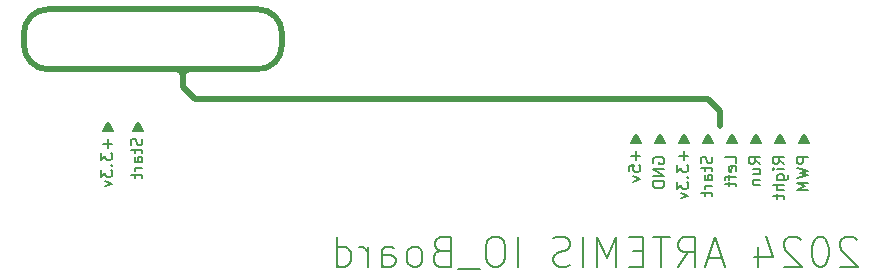
<source format=gbr>
%TF.GenerationSoftware,KiCad,Pcbnew,7.0.9*%
%TF.CreationDate,2024-01-11T16:53:53+09:00*%
%TF.ProjectId,IO_Board,494f5f42-6f61-4726-942e-6b696361645f,rev?*%
%TF.SameCoordinates,Original*%
%TF.FileFunction,Legend,Bot*%
%TF.FilePolarity,Positive*%
%FSLAX46Y46*%
G04 Gerber Fmt 4.6, Leading zero omitted, Abs format (unit mm)*
G04 Created by KiCad (PCBNEW 7.0.9) date 2024-01-11 16:53:53*
%MOMM*%
%LPD*%
G01*
G04 APERTURE LIST*
%ADD10C,0.500000*%
%ADD11C,0.290000*%
%ADD12C,0.150000*%
%ADD13C,0.180000*%
G04 APERTURE END LIST*
D10*
X140970000Y-82804000D02*
X141986000Y-83820000D01*
X149352000Y-78232000D02*
X149352000Y-79248000D01*
X127508000Y-79248000D02*
G75*
G03*
X129540000Y-81280000I2032000J0D01*
G01*
X172974000Y-83820000D02*
X185420000Y-83820000D01*
X186436000Y-84836000D02*
X186436000Y-86106000D01*
X127508000Y-79248000D02*
X127508000Y-78232000D01*
X147320000Y-81280000D02*
G75*
G03*
X149352000Y-79248000I0J2032000D01*
G01*
X140970000Y-81280000D02*
X140970000Y-82296000D01*
X140970000Y-82296000D02*
X140970000Y-82804000D01*
D11*
X141583210Y-81385210D02*
G75*
G03*
X141075210Y-81893210I-10J-507990D01*
G01*
D10*
X129540000Y-76200000D02*
G75*
G03*
X127508000Y-78232000I0J-2032000D01*
G01*
X149352000Y-78232000D02*
G75*
G03*
X147320000Y-76200000I-2032000J0D01*
G01*
X141986000Y-83820000D02*
X172974000Y-83820000D01*
X147320000Y-81280000D02*
X129540000Y-81280000D01*
D11*
X140864790Y-81893210D02*
G75*
G03*
X140356790Y-81385210I-507990J10D01*
G01*
D10*
X129540000Y-76200000D02*
X147320000Y-76200000D01*
X185420000Y-83820000D02*
X186436000Y-84836000D01*
D12*
X191900085Y-87499601D02*
X191138180Y-87499601D01*
X191852466Y-87451982D02*
X191185800Y-87451982D01*
X191852466Y-87404363D02*
X191185800Y-87404363D01*
X191804847Y-87356744D02*
X191233419Y-87356744D01*
X191804847Y-87309125D02*
X191233419Y-87309125D01*
X191757228Y-87261506D02*
X191281038Y-87261506D01*
X191757228Y-87213887D02*
X191281038Y-87213887D01*
X191709609Y-87166268D02*
X191328657Y-87166268D01*
X191661990Y-87118649D02*
X191376276Y-87118649D01*
X191661990Y-87071030D02*
X191376276Y-87071030D01*
X191614371Y-87023411D02*
X191423895Y-87023411D01*
X191614371Y-86975792D02*
X191423895Y-86975792D01*
X191519133Y-86928173D02*
X191519133Y-86880554D01*
X191566752Y-86928173D02*
X191471514Y-86928173D01*
X191900085Y-87547220D02*
X191519133Y-86832935D01*
X191519133Y-86832935D02*
X191138180Y-87547220D01*
X191519133Y-86785316D02*
X191090561Y-87547220D01*
X191090561Y-87547220D02*
X191947704Y-87547220D01*
X191947704Y-87547220D02*
X191519133Y-86785316D01*
X179708085Y-87499601D02*
X178946180Y-87499601D01*
X179660466Y-87451982D02*
X178993800Y-87451982D01*
X179660466Y-87404363D02*
X178993800Y-87404363D01*
X179612847Y-87356744D02*
X179041419Y-87356744D01*
X179612847Y-87309125D02*
X179041419Y-87309125D01*
X179565228Y-87261506D02*
X179089038Y-87261506D01*
X179565228Y-87213887D02*
X179089038Y-87213887D01*
X179517609Y-87166268D02*
X179136657Y-87166268D01*
X179469990Y-87118649D02*
X179184276Y-87118649D01*
X179469990Y-87071030D02*
X179184276Y-87071030D01*
X179422371Y-87023411D02*
X179231895Y-87023411D01*
X179422371Y-86975792D02*
X179231895Y-86975792D01*
X179327133Y-86928173D02*
X179327133Y-86880554D01*
X179374752Y-86928173D02*
X179279514Y-86928173D01*
X179708085Y-87547220D02*
X179327133Y-86832935D01*
X179327133Y-86832935D02*
X178946180Y-87547220D01*
X179327133Y-86785316D02*
X178898561Y-87547220D01*
X178898561Y-87547220D02*
X179755704Y-87547220D01*
X179755704Y-87547220D02*
X179327133Y-86785316D01*
D13*
X198033388Y-95720782D02*
X197914340Y-95601735D01*
X197914340Y-95601735D02*
X197676245Y-95482687D01*
X197676245Y-95482687D02*
X197081007Y-95482687D01*
X197081007Y-95482687D02*
X196842912Y-95601735D01*
X196842912Y-95601735D02*
X196723864Y-95720782D01*
X196723864Y-95720782D02*
X196604817Y-95958878D01*
X196604817Y-95958878D02*
X196604817Y-96196973D01*
X196604817Y-96196973D02*
X196723864Y-96554116D01*
X196723864Y-96554116D02*
X198152436Y-97982687D01*
X198152436Y-97982687D02*
X196604817Y-97982687D01*
X195057198Y-95482687D02*
X194819103Y-95482687D01*
X194819103Y-95482687D02*
X194581007Y-95601735D01*
X194581007Y-95601735D02*
X194461960Y-95720782D01*
X194461960Y-95720782D02*
X194342912Y-95958878D01*
X194342912Y-95958878D02*
X194223865Y-96435068D01*
X194223865Y-96435068D02*
X194223865Y-97030306D01*
X194223865Y-97030306D02*
X194342912Y-97506497D01*
X194342912Y-97506497D02*
X194461960Y-97744592D01*
X194461960Y-97744592D02*
X194581007Y-97863640D01*
X194581007Y-97863640D02*
X194819103Y-97982687D01*
X194819103Y-97982687D02*
X195057198Y-97982687D01*
X195057198Y-97982687D02*
X195295293Y-97863640D01*
X195295293Y-97863640D02*
X195414341Y-97744592D01*
X195414341Y-97744592D02*
X195533388Y-97506497D01*
X195533388Y-97506497D02*
X195652436Y-97030306D01*
X195652436Y-97030306D02*
X195652436Y-96435068D01*
X195652436Y-96435068D02*
X195533388Y-95958878D01*
X195533388Y-95958878D02*
X195414341Y-95720782D01*
X195414341Y-95720782D02*
X195295293Y-95601735D01*
X195295293Y-95601735D02*
X195057198Y-95482687D01*
X193271484Y-95720782D02*
X193152436Y-95601735D01*
X193152436Y-95601735D02*
X192914341Y-95482687D01*
X192914341Y-95482687D02*
X192319103Y-95482687D01*
X192319103Y-95482687D02*
X192081008Y-95601735D01*
X192081008Y-95601735D02*
X191961960Y-95720782D01*
X191961960Y-95720782D02*
X191842913Y-95958878D01*
X191842913Y-95958878D02*
X191842913Y-96196973D01*
X191842913Y-96196973D02*
X191961960Y-96554116D01*
X191961960Y-96554116D02*
X193390532Y-97982687D01*
X193390532Y-97982687D02*
X191842913Y-97982687D01*
X189700056Y-96316020D02*
X189700056Y-97982687D01*
X190295294Y-95363640D02*
X190890532Y-97149354D01*
X190890532Y-97149354D02*
X189342913Y-97149354D01*
X186604818Y-97268401D02*
X185414342Y-97268401D01*
X186842913Y-97982687D02*
X186009580Y-95482687D01*
X186009580Y-95482687D02*
X185176247Y-97982687D01*
X182914342Y-97982687D02*
X183747675Y-96792211D01*
X184342913Y-97982687D02*
X184342913Y-95482687D01*
X184342913Y-95482687D02*
X183390532Y-95482687D01*
X183390532Y-95482687D02*
X183152437Y-95601735D01*
X183152437Y-95601735D02*
X183033390Y-95720782D01*
X183033390Y-95720782D02*
X182914342Y-95958878D01*
X182914342Y-95958878D02*
X182914342Y-96316020D01*
X182914342Y-96316020D02*
X183033390Y-96554116D01*
X183033390Y-96554116D02*
X183152437Y-96673163D01*
X183152437Y-96673163D02*
X183390532Y-96792211D01*
X183390532Y-96792211D02*
X184342913Y-96792211D01*
X182200056Y-95482687D02*
X180771485Y-95482687D01*
X181485771Y-97982687D02*
X181485771Y-95482687D01*
X179938151Y-96673163D02*
X179104818Y-96673163D01*
X178747675Y-97982687D02*
X179938151Y-97982687D01*
X179938151Y-97982687D02*
X179938151Y-95482687D01*
X179938151Y-95482687D02*
X178747675Y-95482687D01*
X177676246Y-97982687D02*
X177676246Y-95482687D01*
X177676246Y-95482687D02*
X176842913Y-97268401D01*
X176842913Y-97268401D02*
X176009580Y-95482687D01*
X176009580Y-95482687D02*
X176009580Y-97982687D01*
X174819103Y-97982687D02*
X174819103Y-95482687D01*
X173747675Y-97863640D02*
X173390532Y-97982687D01*
X173390532Y-97982687D02*
X172795294Y-97982687D01*
X172795294Y-97982687D02*
X172557199Y-97863640D01*
X172557199Y-97863640D02*
X172438151Y-97744592D01*
X172438151Y-97744592D02*
X172319104Y-97506497D01*
X172319104Y-97506497D02*
X172319104Y-97268401D01*
X172319104Y-97268401D02*
X172438151Y-97030306D01*
X172438151Y-97030306D02*
X172557199Y-96911259D01*
X172557199Y-96911259D02*
X172795294Y-96792211D01*
X172795294Y-96792211D02*
X173271485Y-96673163D01*
X173271485Y-96673163D02*
X173509580Y-96554116D01*
X173509580Y-96554116D02*
X173628627Y-96435068D01*
X173628627Y-96435068D02*
X173747675Y-96196973D01*
X173747675Y-96196973D02*
X173747675Y-95958878D01*
X173747675Y-95958878D02*
X173628627Y-95720782D01*
X173628627Y-95720782D02*
X173509580Y-95601735D01*
X173509580Y-95601735D02*
X173271485Y-95482687D01*
X173271485Y-95482687D02*
X172676246Y-95482687D01*
X172676246Y-95482687D02*
X172319104Y-95601735D01*
X169342913Y-97982687D02*
X169342913Y-95482687D01*
X167676247Y-95482687D02*
X167200056Y-95482687D01*
X167200056Y-95482687D02*
X166961961Y-95601735D01*
X166961961Y-95601735D02*
X166723866Y-95839830D01*
X166723866Y-95839830D02*
X166604818Y-96316020D01*
X166604818Y-96316020D02*
X166604818Y-97149354D01*
X166604818Y-97149354D02*
X166723866Y-97625544D01*
X166723866Y-97625544D02*
X166961961Y-97863640D01*
X166961961Y-97863640D02*
X167200056Y-97982687D01*
X167200056Y-97982687D02*
X167676247Y-97982687D01*
X167676247Y-97982687D02*
X167914342Y-97863640D01*
X167914342Y-97863640D02*
X168152437Y-97625544D01*
X168152437Y-97625544D02*
X168271485Y-97149354D01*
X168271485Y-97149354D02*
X168271485Y-96316020D01*
X168271485Y-96316020D02*
X168152437Y-95839830D01*
X168152437Y-95839830D02*
X167914342Y-95601735D01*
X167914342Y-95601735D02*
X167676247Y-95482687D01*
X166128628Y-98220782D02*
X164223866Y-98220782D01*
X162795294Y-96673163D02*
X162438151Y-96792211D01*
X162438151Y-96792211D02*
X162319104Y-96911259D01*
X162319104Y-96911259D02*
X162200056Y-97149354D01*
X162200056Y-97149354D02*
X162200056Y-97506497D01*
X162200056Y-97506497D02*
X162319104Y-97744592D01*
X162319104Y-97744592D02*
X162438151Y-97863640D01*
X162438151Y-97863640D02*
X162676246Y-97982687D01*
X162676246Y-97982687D02*
X163628627Y-97982687D01*
X163628627Y-97982687D02*
X163628627Y-95482687D01*
X163628627Y-95482687D02*
X162795294Y-95482687D01*
X162795294Y-95482687D02*
X162557199Y-95601735D01*
X162557199Y-95601735D02*
X162438151Y-95720782D01*
X162438151Y-95720782D02*
X162319104Y-95958878D01*
X162319104Y-95958878D02*
X162319104Y-96196973D01*
X162319104Y-96196973D02*
X162438151Y-96435068D01*
X162438151Y-96435068D02*
X162557199Y-96554116D01*
X162557199Y-96554116D02*
X162795294Y-96673163D01*
X162795294Y-96673163D02*
X163628627Y-96673163D01*
X160771485Y-97982687D02*
X161009580Y-97863640D01*
X161009580Y-97863640D02*
X161128627Y-97744592D01*
X161128627Y-97744592D02*
X161247675Y-97506497D01*
X161247675Y-97506497D02*
X161247675Y-96792211D01*
X161247675Y-96792211D02*
X161128627Y-96554116D01*
X161128627Y-96554116D02*
X161009580Y-96435068D01*
X161009580Y-96435068D02*
X160771485Y-96316020D01*
X160771485Y-96316020D02*
X160414342Y-96316020D01*
X160414342Y-96316020D02*
X160176246Y-96435068D01*
X160176246Y-96435068D02*
X160057199Y-96554116D01*
X160057199Y-96554116D02*
X159938151Y-96792211D01*
X159938151Y-96792211D02*
X159938151Y-97506497D01*
X159938151Y-97506497D02*
X160057199Y-97744592D01*
X160057199Y-97744592D02*
X160176246Y-97863640D01*
X160176246Y-97863640D02*
X160414342Y-97982687D01*
X160414342Y-97982687D02*
X160771485Y-97982687D01*
X157795294Y-97982687D02*
X157795294Y-96673163D01*
X157795294Y-96673163D02*
X157914341Y-96435068D01*
X157914341Y-96435068D02*
X158152437Y-96316020D01*
X158152437Y-96316020D02*
X158628627Y-96316020D01*
X158628627Y-96316020D02*
X158866722Y-96435068D01*
X157795294Y-97863640D02*
X158033389Y-97982687D01*
X158033389Y-97982687D02*
X158628627Y-97982687D01*
X158628627Y-97982687D02*
X158866722Y-97863640D01*
X158866722Y-97863640D02*
X158985770Y-97625544D01*
X158985770Y-97625544D02*
X158985770Y-97387449D01*
X158985770Y-97387449D02*
X158866722Y-97149354D01*
X158866722Y-97149354D02*
X158628627Y-97030306D01*
X158628627Y-97030306D02*
X158033389Y-97030306D01*
X158033389Y-97030306D02*
X157795294Y-96911259D01*
X156604817Y-97982687D02*
X156604817Y-96316020D01*
X156604817Y-96792211D02*
X156485770Y-96554116D01*
X156485770Y-96554116D02*
X156366722Y-96435068D01*
X156366722Y-96435068D02*
X156128627Y-96316020D01*
X156128627Y-96316020D02*
X155890532Y-96316020D01*
X153985770Y-97982687D02*
X153985770Y-95482687D01*
X153985770Y-97863640D02*
X154223865Y-97982687D01*
X154223865Y-97982687D02*
X154700056Y-97982687D01*
X154700056Y-97982687D02*
X154938151Y-97863640D01*
X154938151Y-97863640D02*
X155057198Y-97744592D01*
X155057198Y-97744592D02*
X155176246Y-97506497D01*
X155176246Y-97506497D02*
X155176246Y-96792211D01*
X155176246Y-96792211D02*
X155057198Y-96554116D01*
X155057198Y-96554116D02*
X154938151Y-96435068D01*
X154938151Y-96435068D02*
X154700056Y-96316020D01*
X154700056Y-96316020D02*
X154223865Y-96316020D01*
X154223865Y-96316020D02*
X153985770Y-96435068D01*
D12*
X193932085Y-87499601D02*
X193170180Y-87499601D01*
X193884466Y-87451982D02*
X193217800Y-87451982D01*
X193884466Y-87404363D02*
X193217800Y-87404363D01*
X193836847Y-87356744D02*
X193265419Y-87356744D01*
X193836847Y-87309125D02*
X193265419Y-87309125D01*
X193789228Y-87261506D02*
X193313038Y-87261506D01*
X193789228Y-87213887D02*
X193313038Y-87213887D01*
X193741609Y-87166268D02*
X193360657Y-87166268D01*
X193693990Y-87118649D02*
X193408276Y-87118649D01*
X193693990Y-87071030D02*
X193408276Y-87071030D01*
X193646371Y-87023411D02*
X193455895Y-87023411D01*
X193646371Y-86975792D02*
X193455895Y-86975792D01*
X193551133Y-86928173D02*
X193551133Y-86880554D01*
X193598752Y-86928173D02*
X193503514Y-86928173D01*
X193932085Y-87547220D02*
X193551133Y-86832935D01*
X193551133Y-86832935D02*
X193170180Y-87547220D01*
X193551133Y-86785316D02*
X193122561Y-87547220D01*
X193122561Y-87547220D02*
X193979704Y-87547220D01*
X193979704Y-87547220D02*
X193551133Y-86785316D01*
X135004085Y-86483601D02*
X134242180Y-86483601D01*
X134956466Y-86435982D02*
X134289800Y-86435982D01*
X134956466Y-86388363D02*
X134289800Y-86388363D01*
X134908847Y-86340744D02*
X134337419Y-86340744D01*
X134908847Y-86293125D02*
X134337419Y-86293125D01*
X134861228Y-86245506D02*
X134385038Y-86245506D01*
X134861228Y-86197887D02*
X134385038Y-86197887D01*
X134813609Y-86150268D02*
X134432657Y-86150268D01*
X134765990Y-86102649D02*
X134480276Y-86102649D01*
X134765990Y-86055030D02*
X134480276Y-86055030D01*
X134718371Y-86007411D02*
X134527895Y-86007411D01*
X134718371Y-85959792D02*
X134527895Y-85959792D01*
X134623133Y-85912173D02*
X134623133Y-85864554D01*
X134670752Y-85912173D02*
X134575514Y-85912173D01*
X135004085Y-86531220D02*
X134623133Y-85816935D01*
X134623133Y-85816935D02*
X134242180Y-86531220D01*
X134623133Y-85769316D02*
X134194561Y-86531220D01*
X134194561Y-86531220D02*
X135051704Y-86531220D01*
X135051704Y-86531220D02*
X134623133Y-85769316D01*
X183384866Y-88220779D02*
X183384866Y-88982684D01*
X183765819Y-88601731D02*
X183003914Y-88601731D01*
X182765819Y-89363636D02*
X182765819Y-89982683D01*
X182765819Y-89982683D02*
X183146771Y-89649350D01*
X183146771Y-89649350D02*
X183146771Y-89792207D01*
X183146771Y-89792207D02*
X183194390Y-89887445D01*
X183194390Y-89887445D02*
X183242009Y-89935064D01*
X183242009Y-89935064D02*
X183337247Y-89982683D01*
X183337247Y-89982683D02*
X183575342Y-89982683D01*
X183575342Y-89982683D02*
X183670580Y-89935064D01*
X183670580Y-89935064D02*
X183718200Y-89887445D01*
X183718200Y-89887445D02*
X183765819Y-89792207D01*
X183765819Y-89792207D02*
X183765819Y-89506493D01*
X183765819Y-89506493D02*
X183718200Y-89411255D01*
X183718200Y-89411255D02*
X183670580Y-89363636D01*
X183670580Y-90411255D02*
X183718200Y-90458874D01*
X183718200Y-90458874D02*
X183765819Y-90411255D01*
X183765819Y-90411255D02*
X183718200Y-90363636D01*
X183718200Y-90363636D02*
X183670580Y-90411255D01*
X183670580Y-90411255D02*
X183765819Y-90411255D01*
X182765819Y-90792207D02*
X182765819Y-91411254D01*
X182765819Y-91411254D02*
X183146771Y-91077921D01*
X183146771Y-91077921D02*
X183146771Y-91220778D01*
X183146771Y-91220778D02*
X183194390Y-91316016D01*
X183194390Y-91316016D02*
X183242009Y-91363635D01*
X183242009Y-91363635D02*
X183337247Y-91411254D01*
X183337247Y-91411254D02*
X183575342Y-91411254D01*
X183575342Y-91411254D02*
X183670580Y-91363635D01*
X183670580Y-91363635D02*
X183718200Y-91316016D01*
X183718200Y-91316016D02*
X183765819Y-91220778D01*
X183765819Y-91220778D02*
X183765819Y-90935064D01*
X183765819Y-90935064D02*
X183718200Y-90839826D01*
X183718200Y-90839826D02*
X183670580Y-90792207D01*
X183099152Y-91744588D02*
X183765819Y-91982683D01*
X183765819Y-91982683D02*
X183099152Y-92220778D01*
X189868085Y-87499601D02*
X189106180Y-87499601D01*
X189820466Y-87451982D02*
X189153800Y-87451982D01*
X189820466Y-87404363D02*
X189153800Y-87404363D01*
X189772847Y-87356744D02*
X189201419Y-87356744D01*
X189772847Y-87309125D02*
X189201419Y-87309125D01*
X189725228Y-87261506D02*
X189249038Y-87261506D01*
X189725228Y-87213887D02*
X189249038Y-87213887D01*
X189677609Y-87166268D02*
X189296657Y-87166268D01*
X189629990Y-87118649D02*
X189344276Y-87118649D01*
X189629990Y-87071030D02*
X189344276Y-87071030D01*
X189582371Y-87023411D02*
X189391895Y-87023411D01*
X189582371Y-86975792D02*
X189391895Y-86975792D01*
X189487133Y-86928173D02*
X189487133Y-86880554D01*
X189534752Y-86928173D02*
X189439514Y-86928173D01*
X189868085Y-87547220D02*
X189487133Y-86832935D01*
X189487133Y-86832935D02*
X189106180Y-87547220D01*
X189487133Y-86785316D02*
X189058561Y-87547220D01*
X189058561Y-87547220D02*
X189915704Y-87547220D01*
X189915704Y-87547220D02*
X189487133Y-86785316D01*
X187836085Y-87499601D02*
X187074180Y-87499601D01*
X187788466Y-87451982D02*
X187121800Y-87451982D01*
X187788466Y-87404363D02*
X187121800Y-87404363D01*
X187740847Y-87356744D02*
X187169419Y-87356744D01*
X187740847Y-87309125D02*
X187169419Y-87309125D01*
X187693228Y-87261506D02*
X187217038Y-87261506D01*
X187693228Y-87213887D02*
X187217038Y-87213887D01*
X187645609Y-87166268D02*
X187264657Y-87166268D01*
X187597990Y-87118649D02*
X187312276Y-87118649D01*
X187597990Y-87071030D02*
X187312276Y-87071030D01*
X187550371Y-87023411D02*
X187359895Y-87023411D01*
X187550371Y-86975792D02*
X187359895Y-86975792D01*
X187455133Y-86928173D02*
X187455133Y-86880554D01*
X187502752Y-86928173D02*
X187407514Y-86928173D01*
X187836085Y-87547220D02*
X187455133Y-86832935D01*
X187455133Y-86832935D02*
X187074180Y-87547220D01*
X187455133Y-86785316D02*
X187026561Y-87547220D01*
X187026561Y-87547220D02*
X187883704Y-87547220D01*
X187883704Y-87547220D02*
X187455133Y-86785316D01*
X187829819Y-89204969D02*
X187829819Y-88728779D01*
X187829819Y-88728779D02*
X186829819Y-88728779D01*
X187782200Y-89919255D02*
X187829819Y-89824017D01*
X187829819Y-89824017D02*
X187829819Y-89633541D01*
X187829819Y-89633541D02*
X187782200Y-89538303D01*
X187782200Y-89538303D02*
X187686961Y-89490684D01*
X187686961Y-89490684D02*
X187306009Y-89490684D01*
X187306009Y-89490684D02*
X187210771Y-89538303D01*
X187210771Y-89538303D02*
X187163152Y-89633541D01*
X187163152Y-89633541D02*
X187163152Y-89824017D01*
X187163152Y-89824017D02*
X187210771Y-89919255D01*
X187210771Y-89919255D02*
X187306009Y-89966874D01*
X187306009Y-89966874D02*
X187401247Y-89966874D01*
X187401247Y-89966874D02*
X187496485Y-89490684D01*
X187163152Y-90252589D02*
X187163152Y-90633541D01*
X187829819Y-90395446D02*
X186972676Y-90395446D01*
X186972676Y-90395446D02*
X186877438Y-90443065D01*
X186877438Y-90443065D02*
X186829819Y-90538303D01*
X186829819Y-90538303D02*
X186829819Y-90633541D01*
X187163152Y-90824018D02*
X187163152Y-91204970D01*
X186829819Y-90966875D02*
X187686961Y-90966875D01*
X187686961Y-90966875D02*
X187782200Y-91014494D01*
X187782200Y-91014494D02*
X187829819Y-91109732D01*
X187829819Y-91109732D02*
X187829819Y-91204970D01*
X185804085Y-87499601D02*
X185042180Y-87499601D01*
X185756466Y-87451982D02*
X185089800Y-87451982D01*
X185756466Y-87404363D02*
X185089800Y-87404363D01*
X185708847Y-87356744D02*
X185137419Y-87356744D01*
X185708847Y-87309125D02*
X185137419Y-87309125D01*
X185661228Y-87261506D02*
X185185038Y-87261506D01*
X185661228Y-87213887D02*
X185185038Y-87213887D01*
X185613609Y-87166268D02*
X185232657Y-87166268D01*
X185565990Y-87118649D02*
X185280276Y-87118649D01*
X185565990Y-87071030D02*
X185280276Y-87071030D01*
X185518371Y-87023411D02*
X185327895Y-87023411D01*
X185518371Y-86975792D02*
X185327895Y-86975792D01*
X185423133Y-86928173D02*
X185423133Y-86880554D01*
X185470752Y-86928173D02*
X185375514Y-86928173D01*
X185804085Y-87547220D02*
X185423133Y-86832935D01*
X185423133Y-86832935D02*
X185042180Y-87547220D01*
X185423133Y-86785316D02*
X184994561Y-87547220D01*
X184994561Y-87547220D02*
X185851704Y-87547220D01*
X185851704Y-87547220D02*
X185423133Y-86785316D01*
X181740085Y-87499601D02*
X180978180Y-87499601D01*
X181692466Y-87451982D02*
X181025800Y-87451982D01*
X181692466Y-87404363D02*
X181025800Y-87404363D01*
X181644847Y-87356744D02*
X181073419Y-87356744D01*
X181644847Y-87309125D02*
X181073419Y-87309125D01*
X181597228Y-87261506D02*
X181121038Y-87261506D01*
X181597228Y-87213887D02*
X181121038Y-87213887D01*
X181549609Y-87166268D02*
X181168657Y-87166268D01*
X181501990Y-87118649D02*
X181216276Y-87118649D01*
X181501990Y-87071030D02*
X181216276Y-87071030D01*
X181454371Y-87023411D02*
X181263895Y-87023411D01*
X181454371Y-86975792D02*
X181263895Y-86975792D01*
X181359133Y-86928173D02*
X181359133Y-86880554D01*
X181406752Y-86928173D02*
X181311514Y-86928173D01*
X181740085Y-87547220D02*
X181359133Y-86832935D01*
X181359133Y-86832935D02*
X180978180Y-87547220D01*
X181359133Y-86785316D02*
X180930561Y-87547220D01*
X180930561Y-87547220D02*
X181787704Y-87547220D01*
X181787704Y-87547220D02*
X181359133Y-86785316D01*
X189861819Y-89300207D02*
X189385628Y-88966874D01*
X189861819Y-88728779D02*
X188861819Y-88728779D01*
X188861819Y-88728779D02*
X188861819Y-89109731D01*
X188861819Y-89109731D02*
X188909438Y-89204969D01*
X188909438Y-89204969D02*
X188957057Y-89252588D01*
X188957057Y-89252588D02*
X189052295Y-89300207D01*
X189052295Y-89300207D02*
X189195152Y-89300207D01*
X189195152Y-89300207D02*
X189290390Y-89252588D01*
X189290390Y-89252588D02*
X189338009Y-89204969D01*
X189338009Y-89204969D02*
X189385628Y-89109731D01*
X189385628Y-89109731D02*
X189385628Y-88728779D01*
X189195152Y-90157350D02*
X189861819Y-90157350D01*
X189195152Y-89728779D02*
X189718961Y-89728779D01*
X189718961Y-89728779D02*
X189814200Y-89776398D01*
X189814200Y-89776398D02*
X189861819Y-89871636D01*
X189861819Y-89871636D02*
X189861819Y-90014493D01*
X189861819Y-90014493D02*
X189814200Y-90109731D01*
X189814200Y-90109731D02*
X189766580Y-90157350D01*
X189195152Y-90633541D02*
X189861819Y-90633541D01*
X189290390Y-90633541D02*
X189242771Y-90681160D01*
X189242771Y-90681160D02*
X189195152Y-90776398D01*
X189195152Y-90776398D02*
X189195152Y-90919255D01*
X189195152Y-90919255D02*
X189242771Y-91014493D01*
X189242771Y-91014493D02*
X189338009Y-91062112D01*
X189338009Y-91062112D02*
X189861819Y-91062112D01*
X179320866Y-88220779D02*
X179320866Y-88982684D01*
X179701819Y-88601731D02*
X178939914Y-88601731D01*
X178701819Y-89935064D02*
X178701819Y-89458874D01*
X178701819Y-89458874D02*
X179178009Y-89411255D01*
X179178009Y-89411255D02*
X179130390Y-89458874D01*
X179130390Y-89458874D02*
X179082771Y-89554112D01*
X179082771Y-89554112D02*
X179082771Y-89792207D01*
X179082771Y-89792207D02*
X179130390Y-89887445D01*
X179130390Y-89887445D02*
X179178009Y-89935064D01*
X179178009Y-89935064D02*
X179273247Y-89982683D01*
X179273247Y-89982683D02*
X179511342Y-89982683D01*
X179511342Y-89982683D02*
X179606580Y-89935064D01*
X179606580Y-89935064D02*
X179654200Y-89887445D01*
X179654200Y-89887445D02*
X179701819Y-89792207D01*
X179701819Y-89792207D02*
X179701819Y-89554112D01*
X179701819Y-89554112D02*
X179654200Y-89458874D01*
X179654200Y-89458874D02*
X179606580Y-89411255D01*
X179035152Y-90316017D02*
X179701819Y-90554112D01*
X179701819Y-90554112D02*
X179035152Y-90792207D01*
X183772085Y-87499601D02*
X183010180Y-87499601D01*
X183724466Y-87451982D02*
X183057800Y-87451982D01*
X183724466Y-87404363D02*
X183057800Y-87404363D01*
X183676847Y-87356744D02*
X183105419Y-87356744D01*
X183676847Y-87309125D02*
X183105419Y-87309125D01*
X183629228Y-87261506D02*
X183153038Y-87261506D01*
X183629228Y-87213887D02*
X183153038Y-87213887D01*
X183581609Y-87166268D02*
X183200657Y-87166268D01*
X183533990Y-87118649D02*
X183248276Y-87118649D01*
X183533990Y-87071030D02*
X183248276Y-87071030D01*
X183486371Y-87023411D02*
X183295895Y-87023411D01*
X183486371Y-86975792D02*
X183295895Y-86975792D01*
X183391133Y-86928173D02*
X183391133Y-86880554D01*
X183438752Y-86928173D02*
X183343514Y-86928173D01*
X183772085Y-87547220D02*
X183391133Y-86832935D01*
X183391133Y-86832935D02*
X183010180Y-87547220D01*
X183391133Y-86785316D02*
X182962561Y-87547220D01*
X182962561Y-87547220D02*
X183819704Y-87547220D01*
X183819704Y-87547220D02*
X183391133Y-86785316D01*
X180781438Y-89252588D02*
X180733819Y-89157350D01*
X180733819Y-89157350D02*
X180733819Y-89014493D01*
X180733819Y-89014493D02*
X180781438Y-88871636D01*
X180781438Y-88871636D02*
X180876676Y-88776398D01*
X180876676Y-88776398D02*
X180971914Y-88728779D01*
X180971914Y-88728779D02*
X181162390Y-88681160D01*
X181162390Y-88681160D02*
X181305247Y-88681160D01*
X181305247Y-88681160D02*
X181495723Y-88728779D01*
X181495723Y-88728779D02*
X181590961Y-88776398D01*
X181590961Y-88776398D02*
X181686200Y-88871636D01*
X181686200Y-88871636D02*
X181733819Y-89014493D01*
X181733819Y-89014493D02*
X181733819Y-89109731D01*
X181733819Y-89109731D02*
X181686200Y-89252588D01*
X181686200Y-89252588D02*
X181638580Y-89300207D01*
X181638580Y-89300207D02*
X181305247Y-89300207D01*
X181305247Y-89300207D02*
X181305247Y-89109731D01*
X181733819Y-89728779D02*
X180733819Y-89728779D01*
X180733819Y-89728779D02*
X181733819Y-90300207D01*
X181733819Y-90300207D02*
X180733819Y-90300207D01*
X181733819Y-90776398D02*
X180733819Y-90776398D01*
X180733819Y-90776398D02*
X180733819Y-91014493D01*
X180733819Y-91014493D02*
X180781438Y-91157350D01*
X180781438Y-91157350D02*
X180876676Y-91252588D01*
X180876676Y-91252588D02*
X180971914Y-91300207D01*
X180971914Y-91300207D02*
X181162390Y-91347826D01*
X181162390Y-91347826D02*
X181305247Y-91347826D01*
X181305247Y-91347826D02*
X181495723Y-91300207D01*
X181495723Y-91300207D02*
X181590961Y-91252588D01*
X181590961Y-91252588D02*
X181686200Y-91157350D01*
X181686200Y-91157350D02*
X181733819Y-91014493D01*
X181733819Y-91014493D02*
X181733819Y-90776398D01*
X137544085Y-86483601D02*
X136782180Y-86483601D01*
X137496466Y-86435982D02*
X136829800Y-86435982D01*
X137496466Y-86388363D02*
X136829800Y-86388363D01*
X137448847Y-86340744D02*
X136877419Y-86340744D01*
X137448847Y-86293125D02*
X136877419Y-86293125D01*
X137401228Y-86245506D02*
X136925038Y-86245506D01*
X137401228Y-86197887D02*
X136925038Y-86197887D01*
X137353609Y-86150268D02*
X136972657Y-86150268D01*
X137305990Y-86102649D02*
X137020276Y-86102649D01*
X137305990Y-86055030D02*
X137020276Y-86055030D01*
X137258371Y-86007411D02*
X137067895Y-86007411D01*
X137258371Y-85959792D02*
X137067895Y-85959792D01*
X137163133Y-85912173D02*
X137163133Y-85864554D01*
X137210752Y-85912173D02*
X137115514Y-85912173D01*
X137544085Y-86531220D02*
X137163133Y-85816935D01*
X137163133Y-85816935D02*
X136782180Y-86531220D01*
X137163133Y-85769316D02*
X136734561Y-86531220D01*
X136734561Y-86531220D02*
X137591704Y-86531220D01*
X137591704Y-86531220D02*
X137163133Y-85769316D01*
X137490200Y-87157160D02*
X137537819Y-87300017D01*
X137537819Y-87300017D02*
X137537819Y-87538112D01*
X137537819Y-87538112D02*
X137490200Y-87633350D01*
X137490200Y-87633350D02*
X137442580Y-87680969D01*
X137442580Y-87680969D02*
X137347342Y-87728588D01*
X137347342Y-87728588D02*
X137252104Y-87728588D01*
X137252104Y-87728588D02*
X137156866Y-87680969D01*
X137156866Y-87680969D02*
X137109247Y-87633350D01*
X137109247Y-87633350D02*
X137061628Y-87538112D01*
X137061628Y-87538112D02*
X137014009Y-87347636D01*
X137014009Y-87347636D02*
X136966390Y-87252398D01*
X136966390Y-87252398D02*
X136918771Y-87204779D01*
X136918771Y-87204779D02*
X136823533Y-87157160D01*
X136823533Y-87157160D02*
X136728295Y-87157160D01*
X136728295Y-87157160D02*
X136633057Y-87204779D01*
X136633057Y-87204779D02*
X136585438Y-87252398D01*
X136585438Y-87252398D02*
X136537819Y-87347636D01*
X136537819Y-87347636D02*
X136537819Y-87585731D01*
X136537819Y-87585731D02*
X136585438Y-87728588D01*
X136871152Y-88014303D02*
X136871152Y-88395255D01*
X136537819Y-88157160D02*
X137394961Y-88157160D01*
X137394961Y-88157160D02*
X137490200Y-88204779D01*
X137490200Y-88204779D02*
X137537819Y-88300017D01*
X137537819Y-88300017D02*
X137537819Y-88395255D01*
X137537819Y-89157160D02*
X137014009Y-89157160D01*
X137014009Y-89157160D02*
X136918771Y-89109541D01*
X136918771Y-89109541D02*
X136871152Y-89014303D01*
X136871152Y-89014303D02*
X136871152Y-88823827D01*
X136871152Y-88823827D02*
X136918771Y-88728589D01*
X137490200Y-89157160D02*
X137537819Y-89061922D01*
X137537819Y-89061922D02*
X137537819Y-88823827D01*
X137537819Y-88823827D02*
X137490200Y-88728589D01*
X137490200Y-88728589D02*
X137394961Y-88680970D01*
X137394961Y-88680970D02*
X137299723Y-88680970D01*
X137299723Y-88680970D02*
X137204485Y-88728589D01*
X137204485Y-88728589D02*
X137156866Y-88823827D01*
X137156866Y-88823827D02*
X137156866Y-89061922D01*
X137156866Y-89061922D02*
X137109247Y-89157160D01*
X137537819Y-89633351D02*
X136871152Y-89633351D01*
X137061628Y-89633351D02*
X136966390Y-89680970D01*
X136966390Y-89680970D02*
X136918771Y-89728589D01*
X136918771Y-89728589D02*
X136871152Y-89823827D01*
X136871152Y-89823827D02*
X136871152Y-89919065D01*
X136871152Y-90109542D02*
X136871152Y-90490494D01*
X136537819Y-90252399D02*
X137394961Y-90252399D01*
X137394961Y-90252399D02*
X137490200Y-90300018D01*
X137490200Y-90300018D02*
X137537819Y-90395256D01*
X137537819Y-90395256D02*
X137537819Y-90490494D01*
X191893819Y-89300207D02*
X191417628Y-88966874D01*
X191893819Y-88728779D02*
X190893819Y-88728779D01*
X190893819Y-88728779D02*
X190893819Y-89109731D01*
X190893819Y-89109731D02*
X190941438Y-89204969D01*
X190941438Y-89204969D02*
X190989057Y-89252588D01*
X190989057Y-89252588D02*
X191084295Y-89300207D01*
X191084295Y-89300207D02*
X191227152Y-89300207D01*
X191227152Y-89300207D02*
X191322390Y-89252588D01*
X191322390Y-89252588D02*
X191370009Y-89204969D01*
X191370009Y-89204969D02*
X191417628Y-89109731D01*
X191417628Y-89109731D02*
X191417628Y-88728779D01*
X191893819Y-89728779D02*
X191227152Y-89728779D01*
X190893819Y-89728779D02*
X190941438Y-89681160D01*
X190941438Y-89681160D02*
X190989057Y-89728779D01*
X190989057Y-89728779D02*
X190941438Y-89776398D01*
X190941438Y-89776398D02*
X190893819Y-89728779D01*
X190893819Y-89728779D02*
X190989057Y-89728779D01*
X191227152Y-90633540D02*
X192036676Y-90633540D01*
X192036676Y-90633540D02*
X192131914Y-90585921D01*
X192131914Y-90585921D02*
X192179533Y-90538302D01*
X192179533Y-90538302D02*
X192227152Y-90443064D01*
X192227152Y-90443064D02*
X192227152Y-90300207D01*
X192227152Y-90300207D02*
X192179533Y-90204969D01*
X191846200Y-90633540D02*
X191893819Y-90538302D01*
X191893819Y-90538302D02*
X191893819Y-90347826D01*
X191893819Y-90347826D02*
X191846200Y-90252588D01*
X191846200Y-90252588D02*
X191798580Y-90204969D01*
X191798580Y-90204969D02*
X191703342Y-90157350D01*
X191703342Y-90157350D02*
X191417628Y-90157350D01*
X191417628Y-90157350D02*
X191322390Y-90204969D01*
X191322390Y-90204969D02*
X191274771Y-90252588D01*
X191274771Y-90252588D02*
X191227152Y-90347826D01*
X191227152Y-90347826D02*
X191227152Y-90538302D01*
X191227152Y-90538302D02*
X191274771Y-90633540D01*
X191893819Y-91109731D02*
X190893819Y-91109731D01*
X191893819Y-91538302D02*
X191370009Y-91538302D01*
X191370009Y-91538302D02*
X191274771Y-91490683D01*
X191274771Y-91490683D02*
X191227152Y-91395445D01*
X191227152Y-91395445D02*
X191227152Y-91252588D01*
X191227152Y-91252588D02*
X191274771Y-91157350D01*
X191274771Y-91157350D02*
X191322390Y-91109731D01*
X191227152Y-91871636D02*
X191227152Y-92252588D01*
X190893819Y-92014493D02*
X191750961Y-92014493D01*
X191750961Y-92014493D02*
X191846200Y-92062112D01*
X191846200Y-92062112D02*
X191893819Y-92157350D01*
X191893819Y-92157350D02*
X191893819Y-92252588D01*
X185750200Y-88681160D02*
X185797819Y-88824017D01*
X185797819Y-88824017D02*
X185797819Y-89062112D01*
X185797819Y-89062112D02*
X185750200Y-89157350D01*
X185750200Y-89157350D02*
X185702580Y-89204969D01*
X185702580Y-89204969D02*
X185607342Y-89252588D01*
X185607342Y-89252588D02*
X185512104Y-89252588D01*
X185512104Y-89252588D02*
X185416866Y-89204969D01*
X185416866Y-89204969D02*
X185369247Y-89157350D01*
X185369247Y-89157350D02*
X185321628Y-89062112D01*
X185321628Y-89062112D02*
X185274009Y-88871636D01*
X185274009Y-88871636D02*
X185226390Y-88776398D01*
X185226390Y-88776398D02*
X185178771Y-88728779D01*
X185178771Y-88728779D02*
X185083533Y-88681160D01*
X185083533Y-88681160D02*
X184988295Y-88681160D01*
X184988295Y-88681160D02*
X184893057Y-88728779D01*
X184893057Y-88728779D02*
X184845438Y-88776398D01*
X184845438Y-88776398D02*
X184797819Y-88871636D01*
X184797819Y-88871636D02*
X184797819Y-89109731D01*
X184797819Y-89109731D02*
X184845438Y-89252588D01*
X185131152Y-89538303D02*
X185131152Y-89919255D01*
X184797819Y-89681160D02*
X185654961Y-89681160D01*
X185654961Y-89681160D02*
X185750200Y-89728779D01*
X185750200Y-89728779D02*
X185797819Y-89824017D01*
X185797819Y-89824017D02*
X185797819Y-89919255D01*
X185797819Y-90681160D02*
X185274009Y-90681160D01*
X185274009Y-90681160D02*
X185178771Y-90633541D01*
X185178771Y-90633541D02*
X185131152Y-90538303D01*
X185131152Y-90538303D02*
X185131152Y-90347827D01*
X185131152Y-90347827D02*
X185178771Y-90252589D01*
X185750200Y-90681160D02*
X185797819Y-90585922D01*
X185797819Y-90585922D02*
X185797819Y-90347827D01*
X185797819Y-90347827D02*
X185750200Y-90252589D01*
X185750200Y-90252589D02*
X185654961Y-90204970D01*
X185654961Y-90204970D02*
X185559723Y-90204970D01*
X185559723Y-90204970D02*
X185464485Y-90252589D01*
X185464485Y-90252589D02*
X185416866Y-90347827D01*
X185416866Y-90347827D02*
X185416866Y-90585922D01*
X185416866Y-90585922D02*
X185369247Y-90681160D01*
X185797819Y-91157351D02*
X185131152Y-91157351D01*
X185321628Y-91157351D02*
X185226390Y-91204970D01*
X185226390Y-91204970D02*
X185178771Y-91252589D01*
X185178771Y-91252589D02*
X185131152Y-91347827D01*
X185131152Y-91347827D02*
X185131152Y-91443065D01*
X185131152Y-91633542D02*
X185131152Y-92014494D01*
X184797819Y-91776399D02*
X185654961Y-91776399D01*
X185654961Y-91776399D02*
X185750200Y-91824018D01*
X185750200Y-91824018D02*
X185797819Y-91919256D01*
X185797819Y-91919256D02*
X185797819Y-92014494D01*
X134616866Y-87204779D02*
X134616866Y-87966684D01*
X134997819Y-87585731D02*
X134235914Y-87585731D01*
X133997819Y-88347636D02*
X133997819Y-88966683D01*
X133997819Y-88966683D02*
X134378771Y-88633350D01*
X134378771Y-88633350D02*
X134378771Y-88776207D01*
X134378771Y-88776207D02*
X134426390Y-88871445D01*
X134426390Y-88871445D02*
X134474009Y-88919064D01*
X134474009Y-88919064D02*
X134569247Y-88966683D01*
X134569247Y-88966683D02*
X134807342Y-88966683D01*
X134807342Y-88966683D02*
X134902580Y-88919064D01*
X134902580Y-88919064D02*
X134950200Y-88871445D01*
X134950200Y-88871445D02*
X134997819Y-88776207D01*
X134997819Y-88776207D02*
X134997819Y-88490493D01*
X134997819Y-88490493D02*
X134950200Y-88395255D01*
X134950200Y-88395255D02*
X134902580Y-88347636D01*
X134902580Y-89395255D02*
X134950200Y-89442874D01*
X134950200Y-89442874D02*
X134997819Y-89395255D01*
X134997819Y-89395255D02*
X134950200Y-89347636D01*
X134950200Y-89347636D02*
X134902580Y-89395255D01*
X134902580Y-89395255D02*
X134997819Y-89395255D01*
X133997819Y-89776207D02*
X133997819Y-90395254D01*
X133997819Y-90395254D02*
X134378771Y-90061921D01*
X134378771Y-90061921D02*
X134378771Y-90204778D01*
X134378771Y-90204778D02*
X134426390Y-90300016D01*
X134426390Y-90300016D02*
X134474009Y-90347635D01*
X134474009Y-90347635D02*
X134569247Y-90395254D01*
X134569247Y-90395254D02*
X134807342Y-90395254D01*
X134807342Y-90395254D02*
X134902580Y-90347635D01*
X134902580Y-90347635D02*
X134950200Y-90300016D01*
X134950200Y-90300016D02*
X134997819Y-90204778D01*
X134997819Y-90204778D02*
X134997819Y-89919064D01*
X134997819Y-89919064D02*
X134950200Y-89823826D01*
X134950200Y-89823826D02*
X134902580Y-89776207D01*
X134331152Y-90728588D02*
X134997819Y-90966683D01*
X134997819Y-90966683D02*
X134331152Y-91204778D01*
X193925819Y-88728779D02*
X192925819Y-88728779D01*
X192925819Y-88728779D02*
X192925819Y-89109731D01*
X192925819Y-89109731D02*
X192973438Y-89204969D01*
X192973438Y-89204969D02*
X193021057Y-89252588D01*
X193021057Y-89252588D02*
X193116295Y-89300207D01*
X193116295Y-89300207D02*
X193259152Y-89300207D01*
X193259152Y-89300207D02*
X193354390Y-89252588D01*
X193354390Y-89252588D02*
X193402009Y-89204969D01*
X193402009Y-89204969D02*
X193449628Y-89109731D01*
X193449628Y-89109731D02*
X193449628Y-88728779D01*
X192925819Y-89633541D02*
X193925819Y-89871636D01*
X193925819Y-89871636D02*
X193211533Y-90062112D01*
X193211533Y-90062112D02*
X193925819Y-90252588D01*
X193925819Y-90252588D02*
X192925819Y-90490684D01*
X193925819Y-90871636D02*
X192925819Y-90871636D01*
X192925819Y-90871636D02*
X193640104Y-91204969D01*
X193640104Y-91204969D02*
X192925819Y-91538302D01*
X192925819Y-91538302D02*
X193925819Y-91538302D01*
M02*

</source>
